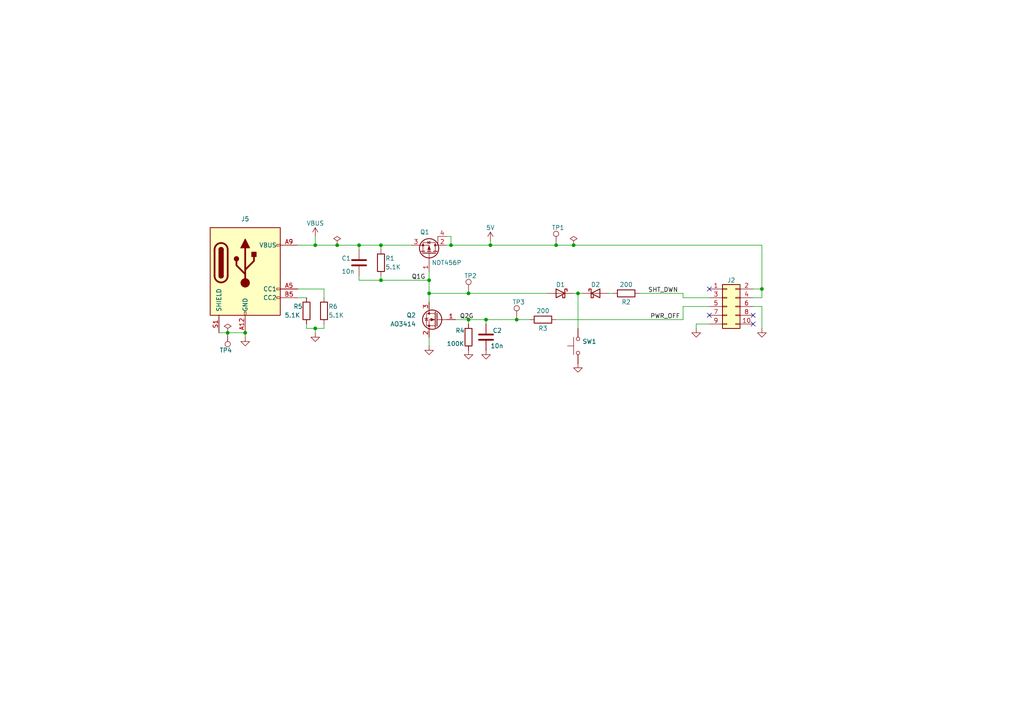
<source format=kicad_sch>
(kicad_sch (version 20250114) (generator "eeschema") (generator_version "9.0")
  (paper "A4")
  (lib_symbols
    (symbol "Connector:TestPoint" (pin_numbers (hide yes)) (pin_names (offset 0.762) (hide yes))
      (property "Reference" "TP" (at 0 6.858 0))
      (property "Value" "TestPoint" (at 0 5.08 0))
      (symbol "TestPoint_0_1"
        (circle (center 0 3.302) (radius 0.762))
      )
      (symbol "TestPoint_1_1"
        (pin passive line (at 0 0 90) (length 2.54) (name "1") (number "1"))
      )
    )
    (symbol "Connector:USB_C_Receptacle_PowerOnly_6P" (pin_names (offset 1.016))
      (property "Reference" "J" (at 0 16.51 0))
      (property "Value" "USB_C_Receptacle_PowerOnly_6P" (at 0 13.97 0))
      (symbol "USB_C_Receptacle_PowerOnly_6P_0_0"
        (rectangle (start -0.254 -12.7) (end 0.254 -11.684))
        (rectangle (start 10.16 7.874) (end 9.144 7.366))
        (rectangle (start 10.16 -4.826) (end 9.144 -5.334))
        (rectangle (start 10.16 -7.366) (end 9.144 -7.874))
      )
      (symbol "USB_C_Receptacle_PowerOnly_6P_0_1"
        (rectangle (start -10.16 12.7) (end 10.16 -12.7) (stroke (width 0.254)) (fill (type background)))
        (polyline (pts (xy -8.89 -1.27) (xy -8.89 6.35)) (stroke (width 0.508)))
        (rectangle (start -7.62 -1.27) (end -6.35 6.35) (stroke (width 0.254)) (fill (type outline)))
        (arc (start -7.62 6.35) (mid -6.985 6.9823) (end -6.35 6.35) (stroke (width 0.254)))
        (arc (start -7.62 6.35) (mid -6.985 6.9823) (end -6.35 6.35) (stroke (width 0.254)) (fill (type outline)))
        (arc (start -8.89 6.35) (mid -6.985 8.2467) (end -5.08 6.35) (stroke (width 0.508)))
        (arc (start -5.08 -1.27) (mid -6.985 -3.1667) (end -8.89 -1.27) (stroke (width 0.508)))
        (arc (start -6.35 -1.27) (mid -6.985 -1.9023) (end -7.62 -1.27) (stroke (width 0.254)))
        (arc (start -6.35 -1.27) (mid -6.985 -1.9023) (end -7.62 -1.27) (stroke (width 0.254)) (fill (type outline)))
        (polyline (pts (xy -5.08 6.35) (xy -5.08 -1.27)) (stroke (width 0.508)))
        (circle (center -2.54 3.683) (radius 0.635) (stroke (width 0.254)) (fill (type outline)))
        (polyline (pts (xy -1.27 6.858) (xy 0 9.398) (xy 1.27 6.858) (xy -1.27 6.858)) (stroke (width 0.254)) (fill (type outline)))
        (polyline (pts (xy 0 0.508) (xy 2.54 3.048) (xy 2.54 4.318)) (stroke (width 0.508)))
        (polyline (pts (xy 0 -0.762) (xy -2.54 1.778) (xy -2.54 3.048)) (stroke (width 0.508)))
        (polyline (pts (xy 0 -3.302) (xy 0 6.858)) (stroke (width 0.508)))
        (circle (center 0 -3.302) (radius 1.27) (fill (type outline)))
        (rectangle (start 1.905 4.318) (end 3.175 5.588) (stroke (width 0.254)) (fill (type outline)))
      )
      (symbol "USB_C_Receptacle_PowerOnly_6P_1_1"
        (pin passive line (at -7.62 -17.78 90) (length 5.08) (name "SHIELD") (number "S1"))
        (pin passive line (at 0 -17.78 90) (length 5.08) (name "GND") (number "A12"))
        (pin passive line (at 0 -17.78 90) (length 5.08) (hide yes) (name "GND") (number "B12"))
        (pin passive line (at 15.24 7.62 180) (length 5.08) (name "VBUS") (number "A9"))
        (pin passive line (at 15.24 7.62 180) (length 5.08) (hide yes) (name "VBUS") (number "B9"))
        (pin bidirectional line (at 15.24 -5.08 180) (length 5.08) (name "CC1") (number "A5"))
        (pin bidirectional line (at 15.24 -7.62 180) (length 5.08) (name "CC2") (number "B5"))
      )
    )
    (symbol "Connector_Generic:Conn_02x05_Odd_Even" (pin_names (offset 1.016) (hide yes))
      (property "Reference" "J" (at 1.27 7.62 0))
      (property "Value" "Conn_02x05_Odd_Even" (at 1.27 -7.62 0))
      (symbol "Conn_02x05_Odd_Even_1_1"
        (rectangle (start -1.27 6.35) (end 3.81 -6.35) (stroke (width 0.254)) (fill (type background)))
        (rectangle (start -1.27 5.207) (end 0 4.953) (stroke (width 0.1524)))
        (rectangle (start -1.27 2.667) (end 0 2.413) (stroke (width 0.1524)))
        (rectangle (start -1.27 0.127) (end 0 -0.127) (stroke (width 0.1524)))
        (rectangle (start -1.27 -2.413) (end 0 -2.667) (stroke (width 0.1524)))
        (rectangle (start -1.27 -4.953) (end 0 -5.207) (stroke (width 0.1524)))
        (rectangle (start 3.81 5.207) (end 2.54 4.953) (stroke (width 0.1524)))
        (rectangle (start 3.81 2.667) (end 2.54 2.413) (stroke (width 0.1524)))
        (rectangle (start 3.81 0.127) (end 2.54 -0.127) (stroke (width 0.1524)))
        (rectangle (start 3.81 -2.413) (end 2.54 -2.667) (stroke (width 0.1524)))
        (rectangle (start 3.81 -4.953) (end 2.54 -5.207) (stroke (width 0.1524)))
        (pin passive line (at -5.08 5.08 0) (length 3.81) (name "Pin_1") (number "1"))
        (pin passive line (at -5.08 2.54 0) (length 3.81) (name "Pin_3") (number "3"))
        (pin passive line (at -5.08 0 0) (length 3.81) (name "Pin_5") (number "5"))
        (pin passive line (at -5.08 -2.54 0) (length 3.81) (name "Pin_7") (number "7"))
        (pin passive line (at -5.08 -5.08 0) (length 3.81) (name "Pin_9") (number "9"))
        (pin passive line (at 7.62 5.08 180) (length 3.81) (name "Pin_2") (number "2"))
        (pin passive line (at 7.62 2.54 180) (length 3.81) (name "Pin_4") (number "4"))
        (pin passive line (at 7.62 0 180) (length 3.81) (name "Pin_6") (number "6"))
        (pin passive line (at 7.62 -2.54 180) (length 3.81) (name "Pin_8") (number "8"))
        (pin passive line (at 7.62 -5.08 180) (length 3.81) (name "Pin_10") (number "10"))
      )
    )
    (symbol "Device:C" (pin_numbers (hide yes)) (pin_names (offset 0.254))
      (property "Reference" "C" (at 0.635 2.54 0))
      (property "Value" "C" (at 0.635 -2.54 0))
      (symbol "C_0_1"
        (polyline (pts (xy -2.032 0.762) (xy 2.032 0.762)) (stroke (width 0.508)))
        (polyline (pts (xy -2.032 -0.762) (xy 2.032 -0.762)) (stroke (width 0.508)))
      )
      (symbol "C_1_1"
        (pin passive line (at 0 3.81 270) (length 2.794) (name "~") (number "1"))
        (pin passive line (at 0 -3.81 90) (length 2.794) (name "~") (number "2"))
      )
    )
    (symbol "Device:D_Schottky" (pin_numbers (hide yes)) (pin_names (offset 1.016) (hide yes))
      (property "Reference" "D" (at 0 2.54 0))
      (property "Value" "D_Schottky" (at 0 -2.54 0))
      (symbol "D_Schottky_0_1"
        (polyline (pts (xy -1.905 0.635) (xy -1.905 1.27) (xy -1.27 1.27) (xy -1.27 -1.27) (xy -0.635 -1.27) (xy -0.635 -0.635)) (stroke (width 0.254)))
        (polyline (pts (xy 1.27 1.27) (xy 1.27 -1.27) (xy -1.27 0) (xy 1.27 1.27)) (stroke (width 0.254)))
        (polyline (pts (xy 1.27 0) (xy -1.27 0)))
      )
      (symbol "D_Schottky_1_1"
        (pin passive line (at -3.81 0 0) (length 2.54) (name "K") (number "1"))
        (pin passive line (at 3.81 0 180) (length 2.54) (name "A") (number "2"))
      )
    )
    (symbol "Device:R" (pin_numbers (hide yes)) (pin_names (offset 0))
      (property "Reference" "R" (at 2.032 0 90))
      (property "Value" "R" (at 0 0 90))
      (symbol "R_0_1"
        (rectangle (start -1.016 -2.54) (end 1.016 2.54) (stroke (width 0.254)))
      )
      (symbol "R_1_1"
        (pin passive line (at 0 3.81 270) (length 1.27) (name "~") (number "1"))
        (pin passive line (at 0 -3.81 90) (length 1.27) (name "~") (number "2"))
      )
    )
    (symbol "Switch:SW_Push" (pin_numbers (hide yes)) (pin_names (offset 1.016) (hide yes))
      (property "Reference" "SW" (at 1.27 2.54 0))
      (property "Value" "SW_Push" (at 0 -1.524 0))
      (symbol "SW_Push_0_1"
        (circle (center -2.032 0) (radius 0.508))
        (polyline (pts (xy 0 1.27) (xy 0 3.048)))
        (circle (center 2.032 0) (radius 0.508))
        (polyline (pts (xy 2.54 1.27) (xy -2.54 1.27)))
        (pin passive line (at -5.08 0 0) (length 2.54) (name "1") (number "1"))
        (pin passive line (at 5.08 0 180) (length 2.54) (name "2") (number "2"))
      )
    )
    (symbol "Transistor_FET:Q_PMOS_GDSD" (pin_names (offset 0) (hide yes))
      (property "Reference" "Q" (at 5.08 1.905 0))
      (property "Value" "Q_PMOS_GDSD" (at 5.08 0 0))
      (symbol "Q_PMOS_GDSD_0_1"
        (polyline (pts (xy 0.254 1.905) (xy 0.254 -1.905)) (stroke (width 0.254)))
        (polyline (pts (xy 0.254 0) (xy -2.54 0)))
        (polyline (pts (xy 0.762 2.286) (xy 0.762 1.27)) (stroke (width 0.254)))
        (polyline (pts (xy 0.762 1.778) (xy 3.302 1.778) (xy 3.302 -1.778) (xy 0.762 -1.778)))
        (polyline (pts (xy 0.762 0.508) (xy 0.762 -0.508)) (stroke (width 0.254)))
        (polyline (pts (xy 0.762 -1.27) (xy 0.762 -2.286)) (stroke (width 0.254)))
        (circle (center 1.651 0) (radius 2.794) (stroke (width 0.254)))
        (polyline (pts (xy 2.286 0) (xy 1.27 0.381) (xy 1.27 -0.381) (xy 2.286 0)) (fill (type outline)))
        (circle (center 2.54 1.778) (radius 0.254) (fill (type outline)))
        (circle (center 2.54 -1.778) (radius 0.254) (fill (type outline)))
        (polyline (pts (xy 2.54 -2.54) (xy 2.54 0) (xy 0.762 0)))
        (polyline (pts (xy 2.921 -0.381) (xy 3.683 -0.381)))
        (polyline (pts (xy 3.302 -0.381) (xy 2.921 0.254) (xy 3.683 0.254) (xy 3.302 -0.381)))
        (polyline (pts (xy 5.08 2.54) (xy 2.54 2.54) (xy 2.54 1.778)))
      )
      (symbol "Q_PMOS_GDSD_1_1"
        (pin input line (at -5.08 0 0) (length 2.54) (name "G") (number "1"))
        (pin passive line (at 2.54 5.08 270) (length 2.54) (name "D") (number "2"))
        (pin passive line (at 2.54 -5.08 90) (length 2.54) (name "S") (number "3"))
        (pin passive line (at 5.08 5.08 270) (length 2.54) (name "D") (number "4"))
      )
    )
    (symbol "Transistor_FET_Other:Q_NMOS_Depletion_GSD" (pin_names (offset 0) (hide yes))
      (property "Reference" "Q" (at 5.08 1.905 0))
      (property "Value" "Q_NMOS_Depletion_GSD" (at 5.08 0 0))
      (symbol "Q_NMOS_Depletion_GSD_0_1"
        (polyline (pts (xy 0.254 1.905) (xy 0.254 -1.905)) (stroke (width 0.254)))
        (polyline (pts (xy 0.254 0) (xy -2.54 0)))
        (polyline (pts (xy 0.762 2.286) (xy 0.762 -2.286)) (stroke (width 0.254)))
        (polyline (pts (xy 0.762 -1.778) (xy 3.302 -1.778) (xy 3.302 1.778) (xy 0.762 1.778)))
        (polyline (pts (xy 1.016 0) (xy 2.032 0.381) (xy 2.032 -0.381) (xy 1.016 0)) (fill (type outline)))
        (circle (center 1.651 0) (radius 2.794) (stroke (width 0.254)))
        (polyline (pts (xy 2.54 2.54) (xy 2.54 1.778)))
        (circle (center 2.54 1.778) (radius 0.254) (fill (type outline)))
        (circle (center 2.54 -1.778) (radius 0.254) (fill (type outline)))
        (polyline (pts (xy 2.54 -2.54) (xy 2.54 0) (xy 0.762 0)))
        (polyline (pts (xy 2.794 0.508) (xy 2.921 0.381) (xy 3.683 0.381) (xy 3.81 0.254)))
        (polyline (pts (xy 3.302 0.381) (xy 2.921 -0.254) (xy 3.683 -0.254) (xy 3.302 0.381)))
      )
      (symbol "Q_NMOS_Depletion_GSD_1_1"
        (pin input line (at -5.08 0 0) (length 2.54) (name "G") (number "1"))
        (pin passive line (at 2.54 5.08 270) (length 2.54) (name "D") (number "3"))
        (pin passive line (at 2.54 -5.08 90) (length 2.54) (name "S") (number "2"))
      )
    )
    (symbol "power:+5V" (power) (pin_numbers (hide yes)) (pin_names (offset 0) (hide yes))
      (property "Value" "+5V" (at 0 3.556 0))
      (symbol "+5V_0_1"
        (polyline (pts (xy -0.762 1.27) (xy 0 2.54)))
        (polyline (pts (xy 0 2.54) (xy 0.762 1.27)))
        (polyline (pts (xy 0 0) (xy 0 2.54)))
      )
      (symbol "+5V_1_1"
        (pin power_in line (at 0 0 90) (length 0) (name "~") (number "1"))
      )
    )
    (symbol "power:GND" (power) (pin_numbers (hide yes)) (pin_names (offset 0) (hide yes))
      (property "Value" "GND" (at 0 -3.81 0))
      (symbol "GND_0_1"
        (polyline (pts (xy 0 0) (xy 0 -1.27) (xy 1.27 -1.27) (xy 0 -2.54) (xy -1.27 -1.27) (xy 0 -1.27)))
      )
      (symbol "GND_1_1"
        (pin power_in line (at 0 0 270) (length 0) (name "~") (number "1"))
      )
    )
    (symbol "power:PWR_FLAG" (power) (pin_numbers (hide yes)) (pin_names (offset 0) (hide yes))
      (property "Value" "PWR_FLAG" (at 0 3.81 0))
      (symbol "PWR_FLAG_0_0"
        (pin power_out line (at 0 0 90) (length 0) (name "~") (number "1"))
      )
      (symbol "PWR_FLAG_0_1"
        (polyline (pts (xy 0 0) (xy 0 1.27) (xy -1.016 1.905) (xy 0 2.54) (xy 1.016 1.905) (xy 0 1.27)))
      )
    )
  )
  (junction (at 104.14 71.12))
  (junction (at 91.44 71.12))
  (junction (at 97.79 71.12))
  (junction (at 166.37 71.12))
  (junction (at 135.89 85.09))
  (junction (at 142.24 71.12))
  (junction (at 130.81 71.12))
  (junction (at 167.64 85.09))
  (junction (at 66.04 96.52))
  (junction (at 91.44 95.25))
  (junction (at 140.97 92.71))
  (junction (at 124.46 85.09))
  (junction (at 71.12 96.52))
  (junction (at 161.29 71.12))
  (junction (at 135.89 92.71))
  (junction (at 110.49 71.12))
  (junction (at 220.98 83.82))
  (junction (at 149.86 92.71))
  (junction (at 110.49 81.28))
  (junction (at 124.46 81.28))
  (no_connect (at 218.44 93.98))
  (no_connect (at 205.74 91.44))
  (no_connect (at 205.74 83.82))
  (no_connect (at 218.44 91.44))
  (wire (pts (xy 167.64 85.09) (xy 168.91 85.09)))
  (wire (pts (xy 104.14 71.12) (xy 104.14 72.39)))
  (wire (pts (xy 110.49 71.12) (xy 110.49 72.39)))
  (wire (pts (xy 124.46 97.79) (xy 124.46 100.33)))
  (wire (pts (xy 177.8 85.09) (xy 176.53 85.09)))
  (wire (pts (xy 142.24 69.85) (xy 142.24 71.12)))
  (wire (pts (xy 124.46 85.09) (xy 124.46 87.63)))
  (wire (pts (xy 166.37 85.09) (xy 167.64 85.09)))
  (wire (pts (xy 124.46 85.09) (xy 135.89 85.09)))
  (wire (pts (xy 198.12 86.36) (xy 198.12 85.09)))
  (wire (pts (xy 110.49 81.28) (xy 124.46 81.28)))
  (wire (pts (xy 140.97 92.71) (xy 149.86 92.71)))
  (wire (pts (xy 132.08 92.71) (xy 135.89 92.71)))
  (wire (pts (xy 93.98 95.25) (xy 91.44 95.25)))
  (wire (pts (xy 71.12 96.52) (xy 71.12 97.79)))
  (wire (pts (xy 104.14 80.01) (xy 104.14 81.28)))
  (wire (pts (xy 104.14 71.12) (xy 110.49 71.12)))
  (wire (pts (xy 124.46 81.28) (xy 124.46 85.09)))
  (wire (pts (xy 198.12 88.9) (xy 205.74 88.9)))
  (wire (pts (xy 135.89 85.09) (xy 158.75 85.09)))
  (wire (pts (xy 149.86 92.71) (xy 153.67 92.71)))
  (wire (pts (xy 88.9 95.25) (xy 88.9 93.98)))
  (wire (pts (xy 63.5 96.52) (xy 66.04 96.52)))
  (wire (pts (xy 198.12 88.9) (xy 198.12 92.71)))
  (wire (pts (xy 91.44 68.58) (xy 91.44 71.12)))
  (wire (pts (xy 93.98 86.36) (xy 93.98 83.82)))
  (wire (pts (xy 135.89 92.71) (xy 140.97 92.71)))
  (wire (pts (xy 91.44 71.12) (xy 97.79 71.12)))
  (wire (pts (xy 167.64 85.09) (xy 167.64 95.25)))
  (wire (pts (xy 93.98 83.82) (xy 86.36 83.82)))
  (wire (pts (xy 220.98 88.9) (xy 218.44 88.9)))
  (wire (pts (xy 91.44 96.52) (xy 91.44 95.25)))
  (wire (pts (xy 129.54 71.12) (xy 130.81 71.12)))
  (wire (pts (xy 198.12 85.09) (xy 185.42 85.09)))
  (wire (pts (xy 110.49 71.12) (xy 119.38 71.12)))
  (wire (pts (xy 88.9 95.25) (xy 91.44 95.25)))
  (wire (pts (xy 135.89 92.71) (xy 135.89 93.98)))
  (wire (pts (xy 140.97 92.71) (xy 140.97 93.98)))
  (wire (pts (xy 198.12 86.36) (xy 205.74 86.36)))
  (wire (pts (xy 104.14 81.28) (xy 110.49 81.28)))
  (wire (pts (xy 220.98 71.12) (xy 220.98 83.82)))
  (wire (pts (xy 124.46 78.74) (xy 124.46 81.28)))
  (wire (pts (xy 161.29 92.71) (xy 198.12 92.71)))
  (wire (pts (xy 161.29 71.12) (xy 166.37 71.12)))
  (wire (pts (xy 218.44 86.36) (xy 220.98 86.36)))
  (wire (pts (xy 220.98 95.25) (xy 220.98 88.9)))
  (wire (pts (xy 86.36 86.36) (xy 88.9 86.36)))
  (wire (pts (xy 110.49 80.01) (xy 110.49 81.28)))
  (wire (pts (xy 205.74 93.98) (xy 201.93 93.98)))
  (wire (pts (xy 218.44 83.82) (xy 220.98 83.82)))
  (wire (pts (xy 97.79 71.12) (xy 104.14 71.12)))
  (wire (pts (xy 129.54 68.58) (xy 130.81 68.58)))
  (wire (pts (xy 130.81 68.58) (xy 130.81 71.12)))
  (wire (pts (xy 130.81 71.12) (xy 142.24 71.12)))
  (wire (pts (xy 86.36 71.12) (xy 91.44 71.12)))
  (wire (pts (xy 166.37 71.12) (xy 220.98 71.12)))
  (wire (pts (xy 220.98 86.36) (xy 220.98 83.82)))
  (wire (pts (xy 142.24 71.12) (xy 161.29 71.12)))
  (wire (pts (xy 93.98 95.25) (xy 93.98 93.98)))
  (wire (pts (xy 66.04 96.52) (xy 71.12 96.52)))
  (wire (pts (xy 201.93 93.98) (xy 201.93 95.25)))
  (label "Q1G" (at 119.38 81.28 0))
  (label "PWR_OFF" (at 188.595 92.71 0))
  (label "Q2G" (at 133.35 92.71 0))
  (label "SHT_DWN" (at 187.96 85.09 0))
  (symbol (lib_id "Switch:SW_Push") (at 167.64 100.33 90) (unit 1)
    (property "Reference" "SW1" (at 168.91 99.0599 90) (effects (justify right)))
    (property "Value" "SW_Push" (effects (hide yes)))
    (property "Footprint" "Connector_PinHeader_2.54mm:PinHeader_1x02_P2.54mm_Vertical" (effects (hide yes)))
    (property "Description" "Push button switch, generic, two pins" (effects (hide yes)))
  )
  (symbol (lib_id "Connector:TestPoint") (at 135.89 85.09 0) (unit 1)
    (property "Reference" "TP2" (at 134.62 80.01 0) (effects (justify left)))
    (property "Value" "Q1G" (effects (hide yes)))
    (property "Footprint" "TestPoint:TestPoint_Pad_D1.0mm" (effects (hide yes)))
    (property "Description" "test point" (effects (hide yes)))
  )
  (symbol (lib_id "Connector:TestPoint") (at 66.04 96.52 180) (unit 1)
    (property "Reference" "TP4" (at 67.31 101.6 0) (effects (justify left)))
    (property "Value" "gnd" (effects (hide yes)))
    (property "Footprint" "TestPoint:TestPoint_Pad_D1.0mm" (effects (hide yes)))
    (property "Description" "test point" (effects (hide yes)))
  )
  (symbol (lib_id "Device:D_Schottky") (at 162.56 85.09 0) (mirror y) (unit 1)
    (property "Reference" "D1" (at 162.56 82.55 0))
    (property "Value" "D_Schottky" (effects (hide yes)))
    (property "Footprint" "Diode_SMD:D_1206_3216Metric" (effects (hide yes)))
    (property "Description" "Schottky diode" (effects (hide yes)))
  )
  (symbol (lib_id "power:PWR_FLAG") (at 97.79 71.12 0) (unit 1)
    (property "Reference" "#FLG01" (effects (hide yes)))
    (property "Value" "PWR_FLAG" (effects (hide yes)))
    (property "Description" "Special symbol for telling ERC where power comes from" (effects (hide yes)))
  )
  (symbol (lib_id "power:GND") (at 124.46 100.33 0) (unit 1)
    (property "Reference" "#PWR06" (effects (hide yes)))
    (property "Value" "GND" (effects (hide yes)))
    (property "Description" "Power symbol creates a global label with name \"GND\" , ground" (effects (hide yes)))
  )
  (symbol (lib_id "power:GND") (at 91.44 96.52 0) (unit 1)
    (property "Reference" "#PWR013" (effects (hide yes)))
    (property "Value" "GND" (effects (hide yes)))
    (property "Description" "Power symbol creates a global label with name \"GND\" , ground" (effects (hide yes)))
  )
  (symbol (lib_id "Device:C") (at 104.14 76.2 0) (unit 1)
    (property "Reference" "C1" (at 99.06 74.93 0) (effects (justify left)))
    (property "Value" "10n" (at 99.06 78.74 0) (effects (justify left)))
    (property "Footprint" "Capacitor_SMD:C_0805_2012Metric" (effects (hide yes)))
    (property "Description" "Unpolarized capacitor" (effects (hide yes)))
  )
  (symbol (lib_id "power:GND") (at 71.12 97.79 0) (unit 1)
    (property "Reference" "#PWR03" (effects (hide yes)))
    (property "Value" "GND" (effects (hide yes)))
    (property "Description" "Power symbol creates a global label with name \"GND\" , ground" (effects (hide yes)))
  )
  (symbol (lib_id "power:+5V") (at 91.44 68.58 0) (unit 1)
    (property "Reference" "#PWR01" (effects (hide yes)))
    (property "Value" "VBUS" (at 91.44 64.77 0))
    (property "Description" "Power symbol creates a global label with name \"+5V\"" (effects (hide yes)))
  )
  (symbol (lib_id "power:PWR_FLAG") (at 66.04 96.52 0) (unit 1)
    (property "Reference" "#FLG03" (effects (hide yes)))
    (property "Value" "PWR_FLAG" (effects (hide yes)))
    (property "Description" "Special symbol for telling ERC where power comes from" (effects (hide yes)))
  )
  (symbol (lib_id "Device:R") (at 88.9 90.17 0) (unit 1)
    (property "Reference" "R5" (at 85.09 88.9 0) (effects (justify left)))
    (property "Value" "5.1K" (at 82.55 91.44 0) (effects (justify left)))
    (property "Footprint" "Resistor_SMD:R_0805_2012Metric" (effects (hide yes)))
    (property "Description" "Resistor" (effects (hide yes)))
  )
  (symbol (lib_id "Transistor_FET:Q_PMOS_GDSD") (at 124.46 73.66 270) (mirror x) (unit 1)
    (property "Reference" "Q1" (at 123.19 67.31 90))
    (property "Value" "NDT456P" (at 129.54 76.2 90))
    (property "Footprint" "Package_TO_SOT_SMD:SOT-223" (effects (hide yes)))
    (property "Description" "P-MOSFET transistor, gate/drain/source, drain connected to mounting plane" (effects (hide yes)))
    (property "Sim.Device" "PMOS" (effects (hide yes)))
    (property "Sim.Type" "VDMOS" (effects (hide yes)))
    (property "Sim.Pins" "1=D 2=G 3=S" (effects (hide yes)))
  )
  (symbol (lib_id "Device:R") (at 110.49 76.2 0) (unit 1)
    (property "Reference" "R1" (at 111.76 74.93 0) (effects (justify left)))
    (property "Value" "5.1K" (at 111.76 77.47 0) (effects (justify left)))
    (property "Footprint" "Resistor_SMD:R_0805_2012Metric" (effects (hide yes)))
    (property "Description" "Resistor" (effects (hide yes)))
  )
  (symbol (lib_id "Transistor_FET_Other:Q_NMOS_Depletion_GSD") (at 127 92.71 0) (mirror y) (unit 1)
    (property "Reference" "Q2" (at 120.65 91.44 0) (effects (justify left)))
    (property "Value" "AO3414" (at 120.65 93.9799 0) (effects (justify left)))
    (property "Footprint" "Package_TO_SOT_SMD:SOT-23" (effects (hide yes)))
    (property "Description" "Depletion-mode N-channel MOSFET gate/source/drain" (effects (hide yes)))
    (property "Sim.Device" "NMOS" (effects (hide yes)))
    (property "Sim.Type" "VDMOS" (effects (hide yes)))
    (property "Sim.Pins" "1=D 2=G 3=S" (effects (hide yes)))
  )
  (symbol (lib_id "Connector_Generic:Conn_02x05_Odd_Even") (at 210.82 88.9 0) (unit 1)
    (property "Reference" "J2" (at 212.09 81.28 0))
    (property "Value" "Conn_02x03_Counter_Clockwise" (effects (hide yes)))
    (property "Footprint" "Connector_PinSocket_2.54mm:PinSocket_2x05_P2.54mm_Vertical" (effects (hide yes)))
    (property "Description" "Generic connector, double row, 02x05, odd/even pin numbering scheme (row 1 odd numbers, row 2 even numbers), script generated (kicad-library-utils/schlib/autogen/connector/)" (effects (hide yes)))
  )
  (symbol (lib_id "power:PWR_FLAG") (at 166.37 71.12 0) (unit 1)
    (property "Reference" "#FLG02" (effects (hide yes)))
    (property "Value" "PWR_FLAG" (effects (hide yes)))
    (property "Description" "Special symbol for telling ERC where power comes from" (effects (hide yes)))
  )
  (symbol (lib_id "Device:D_Schottky") (at 172.72 85.09 0) (unit 1)
    (property "Reference" "D2" (at 172.72 82.55 0))
    (property "Value" "D_Schottky" (effects (hide yes)))
    (property "Footprint" "Diode_SMD:D_1206_3216Metric" (effects (hide yes)))
    (property "Description" "Schottky diode" (effects (hide yes)))
  )
  (symbol (lib_id "power:GND") (at 135.89 101.6 0) (unit 1)
    (property "Reference" "#PWR07" (effects (hide yes)))
    (property "Value" "GND" (effects (hide yes)))
    (property "Description" "Power symbol creates a global label with name \"GND\" , ground" (effects (hide yes)))
  )
  (symbol (lib_id "power:GND") (at 220.98 95.25 0) (unit 1)
    (property "Reference" "#PWR04" (effects (hide yes)))
    (property "Value" "GND" (effects (hide yes)))
    (property "Description" "Power symbol creates a global label with name \"GND\" , ground" (effects (hide yes)))
  )
  (symbol (lib_id "Device:R") (at 157.48 92.71 90) (unit 1)
    (property "Reference" "R3" (at 157.48 95.25 90))
    (property "Value" "200" (at 157.48 90.17 90))
    (property "Footprint" "Resistor_SMD:R_0805_2012Metric" (effects (hide yes)))
    (property "Description" "Resistor" (effects (hide yes)))
  )
  (symbol (lib_id "Connector:TestPoint") (at 149.86 92.71 0) (unit 1)
    (property "Reference" "TP3" (at 148.59 87.63 0) (effects (justify left)))
    (property "Value" "Q2G" (effects (hide yes)))
    (property "Footprint" "TestPoint:TestPoint_Pad_D1.0mm" (effects (hide yes)))
    (property "Description" "test point" (effects (hide yes)))
  )
  (symbol (lib_id "Connector:TestPoint") (at 161.29 71.12 0) (unit 1)
    (property "Reference" "TP1" (at 160.02 66.04 0) (effects (justify left)))
    (property "Value" "5V" (effects (hide yes)))
    (property "Footprint" "TestPoint:TestPoint_Pad_D1.0mm" (effects (hide yes)))
    (property "Description" "test point" (effects (hide yes)))
  )
  (symbol (lib_id "power:GND") (at 201.93 95.25 0) (unit 1)
    (property "Reference" "#PWR05" (effects (hide yes)))
    (property "Value" "GND" (effects (hide yes)))
    (property "Description" "Power symbol creates a global label with name \"GND\" , ground" (effects (hide yes)))
  )
  (symbol (lib_id "Connector:USB_C_Receptacle_PowerOnly_6P") (at 71.12 78.74 0) (unit 1)
    (property "Reference" "J5" (at 71.12 63.5 0))
    (property "Value" "USB_C_Receptacle_PowerOnly_6P" (effects (hide yes)))
    (property "Footprint" "Connector_USB:USB_C_Receptacle_GCT_USB4125-xx-x-0190_6P_TopMnt_Horizontal" (effects (hide yes)))
    (property "Datasheet" "https://www.usb.org/sites/default/files/documents/usb_type-c.zip" (effects (hide yes)))
    (property "Description" "USB Power-Only 6P Type-C Receptacle connector" (effects (hide yes)))
  )
  (symbol (lib_id "power:+5V") (at 142.24 69.85 0) (unit 1)
    (property "Reference" "#PWR02" (effects (hide yes)))
    (property "Value" "5V" (at 142.24 66.04 0))
    (property "Description" "Power symbol creates a global label with name \"+5V\"" (effects (hide yes)))
  )
  (symbol (lib_id "Device:C") (at 140.97 97.79 0) (unit 1)
    (property "Reference" "C2" (at 142.875 95.885 0) (effects (justify left)))
    (property "Value" "10n" (at 142.24 100.33 0) (effects (justify left)))
    (property "Footprint" "Capacitor_SMD:C_0805_2012Metric" (effects (hide yes)))
    (property "Description" "Unpolarized capacitor" (effects (hide yes)))
  )
  (symbol (lib_id "power:GND") (at 167.64 105.41 0) (unit 1)
    (property "Reference" "#PWR08" (effects (hide yes)))
    (property "Value" "GND" (effects (hide yes)))
    (property "Description" "Power symbol creates a global label with name \"GND\" , ground" (effects (hide yes)))
  )
  (symbol (lib_id "Device:R") (at 93.98 90.17 0) (unit 1)
    (property "Reference" "R6" (at 95.25 88.9 0) (effects (justify left)))
    (property "Value" "5.1K" (at 95.25 91.44 0) (effects (justify left)))
    (property "Footprint" "Resistor_SMD:R_0805_2012Metric" (effects (hide yes)))
    (property "Description" "Resistor" (effects (hide yes)))
  )
  (symbol (lib_id "power:GND") (at 140.97 101.6 0) (unit 1)
    (property "Reference" "#PWR09" (effects (hide yes)))
    (property "Value" "GND" (effects (hide yes)))
    (property "Description" "Power symbol creates a global label with name \"GND\" , ground" (effects (hide yes)))
  )
  (symbol (lib_id "Device:R") (at 135.89 97.79 0) (unit 1)
    (property "Reference" "R4" (at 132.08 95.885 0) (effects (justify left)))
    (property "Value" "100K" (at 129.54 99.695 0) (effects (justify left)))
    (property "Footprint" "Resistor_SMD:R_0805_2012Metric" (effects (hide yes)))
    (property "Description" "Resistor" (effects (hide yes)))
  )
  (symbol (lib_id "Device:R") (at 181.61 85.09 90) (unit 1)
    (property "Reference" "R2" (at 181.61 87.63 90))
    (property "Value" "200" (at 181.61 82.55 90))
    (property "Footprint" "Resistor_SMD:R_0805_2012Metric" (effects (hide yes)))
    (property "Description" "Resistor" (effects (hide yes)))
  )
)
</source>
